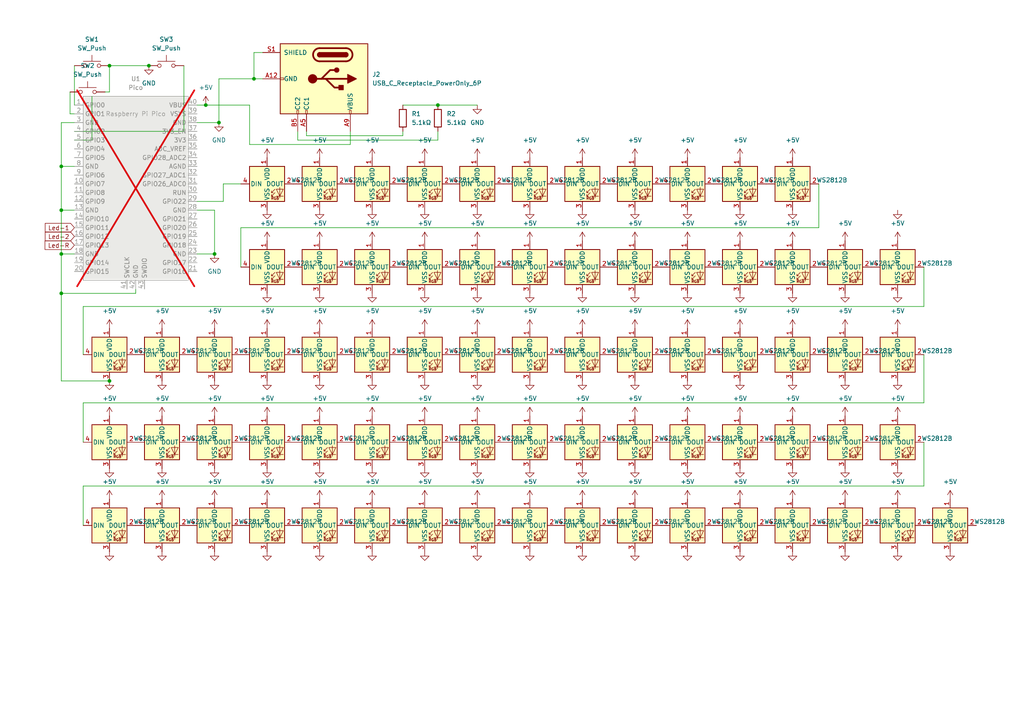
<source format=kicad_sch>
(kicad_sch (version 20230121) (generator eeschema)
  (paper "A4")
  (junction (at 59.69 30.48))
  (junction (at 73.66 22.86))
  (junction (at 17.78 85.09))
  (junction (at 17.78 48.26))
  (junction (at 62.23 73.66))
  (junction (at 63.5 35.56))
  (junction (at 17.78 73.66))
  (junction (at 31.75 110.49))
  (junction (at 43.18 19.05))
  (junction (at 31.75 19.05))
  (junction (at 17.78 60.96))
  (junction (at 127 30.48))
  (wire (pts (xy 88.9 39.37) (xy 116.84 39.37)))
  (wire (pts (xy 127 30.48) (xy 138.43 30.48)))
  (wire (pts (xy 57.15 73.66) (xy 62.23 73.66)))
  (wire (pts (xy 31.75 110.49) (xy 17.78 110.49)))
  (wire (pts (xy 73.66 22.86) (xy 76.2 22.86)))
  (wire (pts (xy 127 40.64) (xy 127 38.1)))
  (wire (pts (xy 72.39 41.91) (xy 101.6 41.91)))
  (wire (pts (xy 17.78 48.26) (xy 21.59 48.26)))
  (wire (pts (xy 73.66 15.24) (xy 76.2 15.24)))
  (wire (pts (xy 116.84 39.37) (xy 116.84 38.1)))
  (wire (pts (xy 17.78 60.96) (xy 21.59 60.96)))
  (wire (pts (xy 17.78 85.09) (xy 17.78 73.66)))
  (wire (pts (xy 17.78 60.96) (xy 17.78 48.26)))
  (wire (pts (xy 21.59 19.05) (xy 21.59 30.48)))
  (wire (pts (xy 69.85 53.34) (xy 64.77 53.34)))
  (wire (pts (xy 57.15 35.56) (xy 63.5 35.56)))
  (wire (pts (xy 64.77 58.42) (xy 57.15 58.42)))
  (wire (pts (xy 267.97 102.87) (xy 267.97 116.84)))
  (wire (pts (xy 237.49 53.34) (xy 237.49 66.04)))
  (wire (pts (xy 26.67 27.94) (xy 26.67 40.64)))
  (wire (pts (xy 69.85 66.04) (xy 69.85 77.47)))
  (wire (pts (xy 17.78 48.26) (xy 17.78 35.56)))
  (wire (pts (xy 127 40.64) (xy 86.36 40.64)))
  (wire (pts (xy 64.77 53.34) (xy 64.77 58.42)))
  (wire (pts (xy 86.36 40.64) (xy 86.36 38.1)))
  (wire (pts (xy 24.13 140.97) (xy 24.13 152.4)))
  (wire (pts (xy 72.39 30.48) (xy 72.39 41.91)))
  (wire (pts (xy 73.66 15.24) (xy 73.66 22.86)))
  (wire (pts (xy 63.5 22.86) (xy 63.5 35.56)))
  (wire (pts (xy 101.6 41.91) (xy 101.6 38.1)))
  (wire (pts (xy 267.97 140.97) (xy 24.13 140.97)))
  (wire (pts (xy 31.75 26.67) (xy 30.48 26.67)))
  (wire (pts (xy 57.15 30.48) (xy 59.69 30.48)))
  (wire (pts (xy 17.78 35.56) (xy 21.59 35.56)))
  (wire (pts (xy 39.37 85.09) (xy 17.78 85.09)))
  (wire (pts (xy 20.32 26.67) (xy 20.32 33.02)))
  (wire (pts (xy 57.15 60.96) (xy 62.23 60.96)))
  (wire (pts (xy 31.75 19.05) (xy 43.18 19.05)))
  (wire (pts (xy 17.78 73.66) (xy 17.78 60.96)))
  (wire (pts (xy 59.69 30.48) (xy 72.39 30.48)))
  (wire (pts (xy 267.97 88.9) (xy 24.13 88.9)))
  (wire (pts (xy 21.59 38.1) (xy 53.34 38.1)))
  (wire (pts (xy 26.67 40.64) (xy 21.59 40.64)))
  (wire (pts (xy 62.23 60.96) (xy 62.23 73.66)))
  (wire (pts (xy 69.85 66.04) (xy 237.49 66.04)))
  (wire (pts (xy 267.97 128.27) (xy 267.97 140.97)))
  (wire (pts (xy 116.84 30.48) (xy 127 30.48)))
  (wire (pts (xy 24.13 88.9) (xy 24.13 102.87)))
  (wire (pts (xy 20.32 33.02) (xy 21.59 33.02)))
  (wire (pts (xy 73.66 22.86) (xy 63.5 22.86)))
  (wire (pts (xy 17.78 73.66) (xy 21.59 73.66)))
  (wire (pts (xy 267.97 77.47) (xy 267.97 88.9)))
  (wire (pts (xy 17.78 110.49) (xy 17.78 85.09)))
  (wire (pts (xy 39.37 83.82) (xy 39.37 85.09)))
  (wire (pts (xy 31.75 19.05) (xy 31.75 26.67)))
  (wire (pts (xy 53.34 19.05) (xy 53.34 38.1)))
  (wire (pts (xy 24.13 116.84) (xy 24.13 128.27)))
  (wire (pts (xy 267.97 116.84) (xy 24.13 116.84)))
  (wire (pts (xy 88.9 39.37) (xy 88.9 38.1)))
  (global_label "Led-1" (shape input) (at 21.59 66.04 180) (property "Intersheetrefs" "${INTERSHEET_REFS}" (effects hide)))
  (global_label "Led-2" (shape input) (at 21.59 68.58 180) (property "Intersheetrefs" "${INTERSHEET_REFS}" (effects hide)))
  (global_label "Led-R" (shape input) (at 21.59 71.12 180) (property "Intersheetrefs" "${INTERSHEET_REFS}" (effects hide)))
  (symbol (lib_id "LED:WS2812B") (at 214.63 152.4 0) (unit 1)
    (property "Reference" "D71" (effects hide))
    (property "Value" "WS2812B" (at 226.06 151.2921 0))
    (property "Footprint" "LED_SMD:LED_WS2812B_PLCC4_5.0x5.0mm_P3.2mm" (effects hide))
    (property "Datasheet" "https://cdn-shop.adafruit.com/datasheets/WS2812B.pdf" (effects hide))
  )
  (symbol (lib_id "power:+5V") (at 107.95 95.25 0) (unit 1)
    (property "Reference" "#PWR065" (effects hide))
    (property "Value" "+5V" (at 107.95 90.17 0))
  )
  (symbol (lib_id "power:GND") (at 107.95 160.02 0) (unit 1)
    (property "Reference" "#PWR0130" (effects hide))
    (property "Value" "GND" (effects hide))
  )
  (symbol (lib_id "power:+5V") (at 123.19 95.25 0) (unit 1)
    (property "Reference" "#PWR067" (effects hide))
    (property "Value" "+5V" (at 123.19 90.17 0))
  )
  (symbol (lib_id "power:GND") (at 199.39 85.09 0) (unit 1)
    (property "Reference" "#PWR046" (effects hide))
    (property "Value" "GND" (effects hide))
  )
  (symbol (lib_id "power:+5V") (at 31.75 120.65 0) (unit 1)
    (property "Reference" "#PWR087" (effects hide))
    (property "Value" "+5V" (at 31.75 115.57 0))
  )
  (symbol (lib_id "LED:WS2812B") (at 153.67 152.4 0) (unit 1)
    (property "Reference" "D67" (effects hide))
    (property "Value" "WS2812B" (at 165.1 151.2921 0))
    (property "Footprint" "LED_SMD:LED_WS2812B_PLCC4_5.0x5.0mm_P3.2mm" (effects hide))
    (property "Datasheet" "https://cdn-shop.adafruit.com/datasheets/WS2812B.pdf" (effects hide))
  )
  (symbol (lib_id "power:GND") (at 92.71 85.09 0) (unit 1)
    (property "Reference" "#PWR032" (effects hide))
    (property "Value" "GND" (effects hide))
  )
  (symbol (lib_id "power:GND") (at 184.15 135.89 0) (unit 1)
    (property "Reference" "#PWR0108" (effects hide))
    (property "Value" "GND" (effects hide))
  )
  (symbol (lib_id "power:GND") (at 46.99 160.02 0) (unit 1)
    (property "Reference" "#PWR0122" (effects hide))
    (property "Value" "GND" (effects hide))
  )
  (symbol (lib_id "power:GND") (at 107.95 85.09 0) (unit 1)
    (property "Reference" "#PWR034" (effects hide))
    (property "Value" "GND" (effects hide))
  )
  (symbol (lib_id "power:+5V") (at 138.43 144.78 0) (unit 1)
    (property "Reference" "#PWR0133" (effects hide))
    (property "Value" "+5V" (at 138.43 139.7 0))
  )
  (symbol (lib_id "Connector:USB_C_Receptacle_PowerOnly_6P") (at 93.98 22.86 270) (unit 1)
    (property "Reference" "J2" (at 107.95 21.59 90) (effects (justify left)))
    (property "Value" "USB_C_Receptacle_PowerOnly_6P" (at 107.95 24.13 90) (effects (justify left)))
    (property "Footprint" "Connector_USB:USB_C_Receptacle_GCT_USB4125-xx-x-0190_6P_TopMnt_Horizontal" (effects hide))
    (property "Datasheet" "https://www.usb.org/sites/default/files/documents/usb_type-c.zip" (effects hide))
  )
  (symbol (lib_id "power:GND") (at 92.71 160.02 0) (unit 1)
    (property "Reference" "#PWR0128" (effects hide))
    (property "Value" "GND" (effects hide))
  )
  (symbol (lib_id "power:+5V") (at 46.99 120.65 0) (unit 1)
    (property "Reference" "#PWR089" (effects hide))
    (property "Value" "+5V" (at 46.99 115.57 0))
  )
  (symbol (lib_id "power:GND") (at 92.71 110.49 0) (unit 1)
    (property "Reference" "#PWR064" (effects hide))
    (property "Value" "GND" (effects hide))
  )
  (symbol (lib_id "power:+5V") (at 62.23 144.78 0) (unit 1)
    (property "Reference" "#PWR0123" (effects hide))
    (property "Value" "+5V" (at 62.23 139.7 0))
  )
  (symbol (lib_id "power:GND") (at 260.35 110.49 0) (unit 1)
    (property "Reference" "#PWR086" (effects hide))
    (property "Value" "GND" (effects hide))
  )
  (symbol (lib_id "power:+5V") (at 107.95 120.65 0) (unit 1)
    (property "Reference" "#PWR097" (effects hide))
    (property "Value" "+5V" (at 107.95 115.57 0))
  )
  (symbol (lib_id "power:+5V") (at 31.75 144.78 0) (unit 1)
    (property "Reference" "#PWR0119" (effects hide))
    (property "Value" "+5V" (at 31.75 139.7 0))
  )
  (symbol (lib_id "power:GND") (at 43.18 19.05 0) (unit 1)
    (property "Reference" "#PWR0154" (effects hide))
    (property "Value" "GND" (at 43.18 24.13 0))
  )
  (symbol (lib_id "power:+5V") (at 229.87 120.65 0) (unit 1)
    (property "Reference" "#PWR0113" (effects hide))
    (property "Value" "+5V" (at 229.87 115.57 0))
  )
  (symbol (lib_id "power:GND") (at 214.63 160.02 0) (unit 1)
    (property "Reference" "#PWR0144" (effects hide))
    (property "Value" "GND" (effects hide))
  )
  (symbol (lib_id "power:GND") (at 245.11 160.02 0) (unit 1)
    (property "Reference" "#PWR0148" (effects hide))
    (property "Value" "GND" (effects hide))
  )
  (symbol (lib_id "power:GND") (at 77.47 60.96 0) (unit 1)
    (property "Reference" "#PWR01" (effects hide))
    (property "Value" "GND" (effects hide))
  )
  (symbol (lib_id "power:GND") (at 184.15 110.49 0) (unit 1)
    (property "Reference" "#PWR076" (effects hide))
    (property "Value" "GND" (effects hide))
  )
  (symbol (lib_id "power:GND") (at 199.39 60.96 0) (unit 1)
    (property "Reference" "#PWR020" (effects hide))
    (property "Value" "GND" (effects hide))
  )
  (symbol (lib_id "power:+5V") (at 77.47 144.78 0) (unit 1)
    (property "Reference" "#PWR0125" (effects hide))
    (property "Value" "+5V" (at 77.47 139.7 0))
  )
  (symbol (lib_id "power:+5V") (at 184.15 69.85 0) (unit 1)
    (property "Reference" "#PWR043" (effects hide))
    (property "Value" "+5V" (at 184.15 64.77 0))
  )
  (symbol (lib_id "power:+5V") (at 275.59 144.78 0) (unit 1)
    (property "Reference" "#PWR026" (effects hide))
    (property "Value" "+5V" (at 275.59 139.7 0))
  )
  (symbol (lib_id "LED:WS2812B") (at 260.35 77.47 0) (unit 1)
    (property "Reference" "D26" (effects hide))
    (property "Value" "WS2812B" (at 271.78 76.3621 0))
    (property "Footprint" "LED_SMD:LED_WS2812B_PLCC4_5.0x5.0mm_P3.2mm" (effects hide))
    (property "Datasheet" "https://cdn-shop.adafruit.com/datasheets/WS2812B.pdf" (effects hide))
  )
  (symbol (lib_id "power:+5V") (at 92.71 120.65 0) (unit 1)
    (property "Reference" "#PWR095" (effects hide))
    (property "Value" "+5V" (at 92.71 115.57 0))
  )
  (symbol (lib_id "LED:WS2812B") (at 245.11 102.87 0) (unit 1)
    (property "Reference" "D41" (effects hide))
    (property "Value" "WS2812B" (at 256.54 101.7621 0))
    (property "Footprint" "LED_SMD:LED_WS2812B_PLCC4_5.0x5.0mm_P3.2mm" (effects hide))
    (property "Datasheet" "https://cdn-shop.adafruit.com/datasheets/WS2812B.pdf" (effects hide))
  )
  (symbol (lib_id "LED:WS2812B") (at 199.39 152.4 0) (unit 1)
    (property "Reference" "D70" (effects hide))
    (property "Value" "WS2812B" (at 210.82 151.2921 0))
    (property "Footprint" "LED_SMD:LED_WS2812B_PLCC4_5.0x5.0mm_P3.2mm" (effects hide))
    (property "Datasheet" "https://cdn-shop.adafruit.com/datasheets/WS2812B.pdf" (effects hide))
  )
  (symbol (lib_id "LED:WS2812B") (at 168.91 128.27 0) (unit 1)
    (property "Reference" "D52" (effects hide))
    (property "Value" "WS2812B" (at 180.34 127.1621 0))
    (property "Footprint" "LED_SMD:LED_WS2812B_PLCC4_5.0x5.0mm_P3.2mm" (effects hide))
    (property "Datasheet" "https://cdn-shop.adafruit.com/datasheets/WS2812B.pdf" (effects hide))
  )
  (symbol (lib_id "power:+5V") (at 77.47 69.85 0) (unit 1)
    (property "Reference" "#PWR029" (effects hide))
    (property "Value" "+5V" (at 77.47 64.77 0))
  )
  (symbol (lib_id "power:+5V") (at 153.67 120.65 0) (unit 1)
    (property "Reference" "#PWR0103" (effects hide))
    (property "Value" "+5V" (at 153.67 115.57 0))
  )
  (symbol (lib_id "LED:WS2812B") (at 123.19 128.27 0) (unit 1)
    (property "Reference" "D49" (effects hide))
    (property "Value" "WS2812B" (at 134.62 127.1621 0))
    (property "Footprint" "LED_SMD:LED_WS2812B_PLCC4_5.0x5.0mm_P3.2mm" (effects hide))
    (property "Datasheet" "https://cdn-shop.adafruit.com/datasheets/WS2812B.pdf" (effects hide))
  )
  (symbol (lib_id "power:+5V") (at 229.87 69.85 0) (unit 1)
    (property "Reference" "#PWR049" (effects hide))
    (property "Value" "+5V" (at 229.87 64.77 0))
  )
  (symbol (lib_id "power:+5V") (at 123.19 45.72 0) (unit 1)
    (property "Reference" "#PWR09" (effects hide))
    (property "Value" "+5V" (at 123.19 40.64 0))
  )
  (symbol (lib_id "power:GND") (at 214.63 110.49 0) (unit 1)
    (property "Reference" "#PWR080" (effects hide))
    (property "Value" "GND" (effects hide))
  )
  (symbol (lib_id "power:GND") (at 214.63 135.89 0) (unit 1)
    (property "Reference" "#PWR0112" (effects hide))
    (property "Value" "GND" (effects hide))
  )
  (symbol (lib_id "power:GND") (at 62.23 160.02 0) (unit 1)
    (property "Reference" "#PWR0124" (effects hide))
    (property "Value" "GND" (effects hide))
  )
  (symbol (lib_id "power:GND") (at 229.87 160.02 0) (unit 1)
    (property "Reference" "#PWR0146" (effects hide))
    (property "Value" "GND" (effects hide))
  )
  (symbol (lib_id "power:+5V") (at 77.47 95.25 0) (unit 1)
    (property "Reference" "#PWR055" (effects hide))
    (property "Value" "+5V" (at 77.47 90.17 0))
  )
  (symbol (lib_id "LED:WS2812B") (at 31.75 152.4 0) (unit 1)
    (property "Reference" "D59" (effects hide))
    (property "Value" "WS2812B" (at 43.18 151.2921 0))
    (property "Footprint" "LED_SMD:LED_WS2812B_PLCC4_5.0x5.0mm_P3.2mm" (effects hide))
    (property "Datasheet" "https://cdn-shop.adafruit.com/datasheets/WS2812B.pdf" (effects hide))
  )
  (symbol (lib_id "power:+5V") (at 184.15 144.78 0) (unit 1)
    (property "Reference" "#PWR0139" (effects hide))
    (property "Value" "+5V" (at 184.15 139.7 0))
  )
  (symbol (lib_id "LED:WS2812B") (at 260.35 128.27 0) (unit 1)
    (property "Reference" "D58" (effects hide))
    (property "Value" "WS2812B" (at 271.78 127.1621 0))
    (property "Footprint" "LED_SMD:LED_WS2812B_PLCC4_5.0x5.0mm_P3.2mm" (effects hide))
    (property "Datasheet" "https://cdn-shop.adafruit.com/datasheets/WS2812B.pdf" (effects hide))
  )
  (symbol (lib_id "MCU_RaspberryPi_and_Boards:Pico") (at 39.37 54.61 0) (unit 1) (in_bom no) (dnp yes)
    (property "Reference" "U1" (at 39.37 22.86 0))
    (property "Value" "Pico" (at 39.37 25.4 0))
    (property "Footprint" "MCU_RaspberryPi_and_Boards:RPi_Pico_SMD_TH" (effects hide))
  )
  (symbol (lib_id "power:GND") (at 123.19 135.89 0) (unit 1)
    (property "Reference" "#PWR0100" (effects hide))
    (property "Value" "GND" (effects hide))
  )
  (symbol (lib_id "power:+5V") (at 153.67 144.78 0) (unit 1)
    (property "Reference" "#PWR0135" (effects hide))
    (property "Value" "+5V" (at 153.67 139.7 0))
  )
  (symbol (lib_id "LED:WS2812B") (at 168.91 53.34 0) (unit 1)
    (property "Reference" "D7" (effects hide))
    (property "Value" "WS2812B" (at 180.34 52.2321 0))
    (property "Footprint" "LED_SMD:LED_WS2812B_PLCC4_5.0x5.0mm_P3.2mm" (effects hide))
    (property "Datasheet" "https://cdn-shop.adafruit.com/datasheets/WS2812B.pdf" (effects hide))
  )
  (symbol (lib_id "power:+5V") (at 214.63 95.25 0) (unit 1)
    (property "Reference" "#PWR079" (effects hide))
    (property "Value" "+5V" (at 214.63 90.17 0))
  )
  (symbol (lib_id "LED:WS2812B") (at 123.19 152.4 0) (unit 1)
    (property "Reference" "D65" (effects hide))
    (property "Value" "WS2812B" (at 134.62 151.2921 0))
    (property "Footprint" "LED_SMD:LED_WS2812B_PLCC4_5.0x5.0mm_P3.2mm" (effects hide))
    (property "Datasheet" "https://cdn-shop.adafruit.com/datasheets/WS2812B.pdf" (effects hide))
  )
  (symbol (lib_id "power:+5V") (at 168.91 95.25 0) (unit 1)
    (property "Reference" "#PWR073" (effects hide))
    (property "Value" "+5V" (at 168.91 90.17 0))
  )
  (symbol (lib_id "power:GND") (at 168.91 135.89 0) (unit 1)
    (property "Reference" "#PWR0106" (effects hide))
    (property "Value" "GND" (effects hide))
  )
  (symbol (lib_id "LED:WS2812B") (at 77.47 102.87 0) (unit 1)
    (property "Reference" "D27" (effects hide))
    (property "Value" "WS2812B" (at 88.9 101.7621 0))
    (property "Footprint" "LED_SMD:LED_WS2812B_PLCC4_5.0x5.0mm_P3.2mm" (effects hide))
    (property "Datasheet" "https://cdn-shop.adafruit.com/datasheets/WS2812B.pdf" (effects hide))
  )
  (symbol (lib_id "LED:WS2812B") (at 168.91 152.4 0) (unit 1)
    (property "Reference" "D68" (effects hide))
    (property "Value" "WS2812B" (at 180.34 151.2921 0))
    (property "Footprint" "LED_SMD:LED_WS2812B_PLCC4_5.0x5.0mm_P3.2mm" (effects hide))
    (property "Datasheet" "https://cdn-shop.adafruit.com/datasheets/WS2812B.pdf" (effects hide))
  )
  (symbol (lib_id "power:GND") (at 138.43 135.89 0) (unit 1)
    (property "Reference" "#PWR0102" (effects hide))
    (property "Value" "GND" (effects hide))
  )
  (symbol (lib_id "power:GND") (at 260.35 160.02 0) (unit 1)
    (property "Reference" "#PWR0150" (effects hide))
    (property "Value" "GND" (effects hide))
  )
  (symbol (lib_id "power:GND") (at 62.23 110.49 0) (unit 1)
    (property "Reference" "#PWR058" (effects hide))
    (property "Value" "GND" (effects hide))
  )
  (symbol (lib_id "power:+5V") (at 214.63 69.85 0) (unit 1)
    (property "Reference" "#PWR047" (effects hide))
    (property "Value" "+5V" (at 214.63 64.77 0))
  )
  (symbol (lib_id "power:GND") (at 245.11 110.49 0) (unit 1)
    (property "Reference" "#PWR084" (effects hide))
    (property "Value" "GND" (effects hide))
  )
  (symbol (lib_id "power:GND") (at 92.71 60.96 0) (unit 1)
    (property "Reference" "#PWR06" (effects hide))
    (property "Value" "GND" (effects hide))
  )
  (symbol (lib_id "power:+5V") (at 229.87 45.72 0) (unit 1)
    (property "Reference" "#PWR023" (effects hide))
    (property "Value" "+5V" (at 229.87 40.64 0))
  )
  (symbol (lib_id "power:+5V") (at 199.39 95.25 0) (unit 1)
    (property "Reference" "#PWR077" (effects hide))
    (property "Value" "+5V" (at 199.39 90.17 0))
  )
  (symbol (lib_id "power:GND") (at 199.39 135.89 0) (unit 1)
    (property "Reference" "#PWR0110" (effects hide))
    (property "Value" "GND" (effects hide))
  )
  (symbol (lib_id "power:GND") (at 92.71 135.89 0) (unit 1)
    (property "Reference" "#PWR096" (effects hide))
    (property "Value" "GND" (effects hide))
  )
  (symbol (lib_id "LED:WS2812B") (at 245.11 152.4 0) (unit 1)
    (property "Reference" "D73" (effects hide))
    (property "Value" "WS2812B" (at 256.54 151.2921 0))
    (property "Footprint" "LED_SMD:LED_WS2812B_PLCC4_5.0x5.0mm_P3.2mm" (effects hide))
    (property "Datasheet" "https://cdn-shop.adafruit.com/datasheets/WS2812B.pdf" (effects hide))
  )
  (symbol (lib_id "power:+5V") (at 46.99 95.25 0) (unit 1)
    (property "Reference" "#PWR059" (effects hide))
    (property "Value" "+5V" (at 46.99 90.17 0))
  )
  (symbol (lib_id "power:GND") (at 62.23 135.89 0) (unit 1)
    (property "Reference" "#PWR092" (effects hide))
    (property "Value" "GND" (effects hide))
  )
  (symbol (lib_id "power:+5V") (at 214.63 45.72 0) (unit 1)
    (property "Reference" "#PWR021" (effects hide))
    (property "Value" "+5V" (at 214.63 40.64 0))
  )
  (symbol (lib_id "LED:WS2812B") (at 229.87 77.47 0) (unit 1)
    (property "Reference" "D24" (effects hide))
    (property "Value" "WS2812B" (at 241.3 76.3621 0))
    (property "Footprint" "LED_SMD:LED_WS2812B_PLCC4_5.0x5.0mm_P3.2mm" (effects hide))
    (property "Datasheet" "https://cdn-shop.adafruit.com/datasheets/WS2812B.pdf" (effects hide))
  )
  (symbol (lib_id "LED:WS2812B") (at 229.87 102.87 0) (unit 1)
    (property "Reference" "D40" (effects hide))
    (property "Value" "WS2812B" (at 241.3 101.7621 0))
    (property "Footprint" "LED_SMD:LED_WS2812B_PLCC4_5.0x5.0mm_P3.2mm" (effects hide))
    (property "Datasheet" "https://cdn-shop.adafruit.com/datasheets/WS2812B.pdf" (effects hide))
  )
  (symbol (lib_id "power:GND") (at 229.87 110.49 0) (unit 1)
    (property "Reference" "#PWR082" (effects hide))
    (property "Value" "GND" (effects hide))
  )
  (symbol (lib_id "power:GND") (at 77.47 110.49 0) (unit 1)
    (property "Reference" "#PWR056" (effects hide))
    (property "Value" "GND" (effects hide))
  )
  (symbol (lib_id "LED:WS2812B") (at 199.39 77.47 0) (unit 1)
    (property "Reference" "D22" (effects hide))
    (property "Value" "WS2812B" (at 210.82 76.3621 0))
    (property "Footprint" "LED_SMD:LED_WS2812B_PLCC4_5.0x5.0mm_P3.2mm" (effects hide))
    (property "Datasheet" "https://cdn-shop.adafruit.com/datasheets/WS2812B.pdf" (effects hide))
  )
  (symbol (lib_id "power:GND") (at 184.15 85.09 0) (unit 1)
    (property "Reference" "#PWR044" (effects hide))
    (property "Value" "GND" (effects hide))
  )
  (symbol (lib_id "LED:WS2812B") (at 229.87 128.27 0) (unit 1)
    (property "Reference" "D56" (effects hide))
    (property "Value" "WS2812B" (at 241.3 127.1621 0))
    (property "Footprint" "LED_SMD:LED_WS2812B_PLCC4_5.0x5.0mm_P3.2mm" (effects hide))
    (property "Datasheet" "https://cdn-shop.adafruit.com/datasheets/WS2812B.pdf" (effects hide))
  )
  (symbol (lib_id "power:+5V") (at 229.87 144.78 0) (unit 1)
    (property "Reference" "#PWR0145" (effects hide))
    (property "Value" "+5V" (at 229.87 139.7 0))
  )
  (symbol (lib_id "power:+5V") (at 260.35 95.25 0) (unit 1)
    (property "Reference" "#PWR085" (effects hide))
    (property "Value" "+5V" (at 260.35 90.17 0))
  )
  (symbol (lib_id "power:+5V") (at 46.99 144.78 0) (unit 1)
    (property "Reference" "#PWR0121" (effects hide))
    (property "Value" "+5V" (at 46.99 139.7 0))
  )
  (symbol (lib_id "power:+5V") (at 168.91 144.78 0) (unit 1)
    (property "Reference" "#PWR0137" (effects hide))
    (property "Value" "+5V" (at 168.91 139.7 0))
  )
  (symbol (lib_id "Device:R") (at 116.84 34.29 0) (unit 1)
    (property "Reference" "R1" (at 119.38 33.02 0) (effects (justify left)))
    (property "Value" "5.1kΩ" (at 119.38 35.56 0) (effects (justify left)))
    (property "Footprint" "Resistor_SMD:R_0603_1608Metric" (effects hide))
  )
  (symbol (lib_id "power:+5V") (at 92.71 95.25 0) (unit 1)
    (property "Reference" "#PWR063" (effects hide))
    (property "Value" "+5V" (at 92.71 90.17 0))
  )
  (symbol (lib_id "power:GND") (at 214.63 85.09 0) (unit 1)
    (property "Reference" "#PWR048" (effects hide))
    (property "Value" "GND" (effects hide))
  )
  (symbol (lib_id "LED:WS2812B") (at 184.15 152.4 0) (unit 1)
    (property "Reference" "D69" (effects hide))
    (property "Value" "WS2812B" (at 195.58 151.2921 0))
    (property "Footprint" "LED_SMD:LED_WS2812B_PLCC4_5.0x5.0mm_P3.2mm" (effects hide))
    (property "Datasheet" "https://cdn-shop.adafruit.com/datasheets/WS2812B.pdf" (effects hide))
  )
  (symbol (lib_id "power:+5V") (at 92.71 69.85 0) (unit 1)
    (property "Reference" "#PWR031" (effects hide))
    (property "Value" "+5V" (at 92.71 64.77 0))
  )
  (symbol (lib_id "power:GND") (at 229.87 85.09 0) (unit 1)
    (property "Reference" "#PWR050" (effects hide))
    (property "Value" "GND" (effects hide))
  )
  (symbol (lib_id "power:+5V") (at 229.87 95.25 0) (unit 1)
    (property "Reference" "#PWR081" (effects hide))
    (property "Value" "+5V" (at 229.87 90.17 0))
  )
  (symbol (lib_id "power:GND") (at 63.5 35.56 0) (unit 1)
    (property "Reference" "#PWR027" (effects hide))
    (property "Value" "GND" (at 63.5 40.64 0))
  )
  (symbol (lib_id "power:+5V") (at 138.43 45.72 0) (unit 1)
    (property "Reference" "#PWR011" (effects hide))
    (property "Value" "+5V" (at 138.43 40.64 0))
  )
  (symbol (lib_id "power:GND") (at 138.43 60.96 0) (unit 1)
    (property "Reference" "#PWR012" (effects hide))
    (property "Value" "GND" (effects hide))
  )
  (symbol (lib_id "LED:WS2812B") (at 77.47 77.47 0) (unit 1)
    (property "Reference" "D14" (effects hide))
    (property "Value" "WS2812B" (at 88.9 76.3621 0))
    (property "Footprint" "LED_SMD:LED_WS2812B_PLCC4_5.0x5.0mm_P3.2mm" (effects hide))
    (property "Datasheet" "https://cdn-shop.adafruit.com/datasheets/WS2812B.pdf" (effects hide))
  )
  (symbol (lib_id "power:+5V") (at 199.39 120.65 0) (unit 1)
    (property "Reference" "#PWR0109" (effects hide))
    (property "Value" "+5V" (at 199.39 115.57 0))
  )
  (symbol (lib_id "LED:WS2812B") (at 123.19 102.87 0) (unit 1)
    (property "Reference" "D33" (effects hide))
    (property "Value" "WS2812B" (at 134.62 101.7621 0))
    (property "Footprint" "LED_SMD:LED_WS2812B_PLCC4_5.0x5.0mm_P3.2mm" (effects hide))
    (property "Datasheet" "https://cdn-shop.adafruit.com/datasheets/WS2812B.pdf" (effects hide))
  )
  (symbol (lib_id "LED:WS2812B") (at 62.23 128.27 0) (unit 1)
    (property "Reference" "D45" (effects hide))
    (property "Value" "WS2812B" (at 73.66 127.1621 0))
    (property "Footprint" "LED_SMD:LED_WS2812B_PLCC4_5.0x5.0mm_P3.2mm" (effects hide))
    (property "Datasheet" "https://cdn-shop.adafruit.com/datasheets/WS2812B.pdf" (effects hide))
  )
  (symbol (lib_id "Device:R") (at 127 34.29 0) (unit 1)
    (property "Reference" "R2" (at 129.54 33.02 0) (effects (justify left)))
    (property "Value" "5.1kΩ" (at 129.54 35.56 0) (effects (justify left)))
    (property "Footprint" "Resistor_SMD:R_0603_1608Metric" (effects hide))
  )
  (symbol (lib_id "LED:WS2812B") (at 184.15 53.34 0) (unit 1)
    (property "Reference" "D8" (effects hide))
    (property "Value" "WS2812B" (at 195.58 52.2321 0))
    (property "Footprint" "LED_SMD:LED_WS2812B_PLCC4_5.0x5.0mm_P3.2mm" (effects hide))
    (property "Datasheet" "https://cdn-shop.adafruit.com/datasheets/WS2812B.pdf" (effects hide))
  )
  (symbol (lib_id "LED:WS2812B") (at 153.67 128.27 0) (unit 1)
    (property "Reference" "D51" (effects hide))
    (property "Value" "WS2812B" (at 165.1 127.1621 0))
    (property "Footprint" "LED_SMD:LED_WS2812B_PLCC4_5.0x5.0mm_P3.2mm" (effects hide))
    (property "Datasheet" "https://cdn-shop.adafruit.com/datasheets/WS2812B.pdf" (effects hide))
  )
  (symbol (lib_id "power:+5V") (at 107.95 45.72 0) (unit 1)
    (property "Reference" "#PWR07" (effects hide))
    (property "Value" "+5V" (at 107.95 40.64 0))
  )
  (symbol (lib_id "LED:WS2812B") (at 138.43 53.34 0) (unit 1)
    (property "Reference" "D5" (effects hide))
    (property "Value" "WS2812B" (at 149.86 52.2321 0))
    (property "Footprint" "LED_SMD:LED_WS2812B_PLCC4_5.0x5.0mm_P3.2mm" (effects hide))
    (property "Datasheet" "https://cdn-shop.adafruit.com/datasheets/WS2812B.pdf" (effects hide))
  )
  (symbol (lib_id "power:+5V") (at 153.67 69.85 0) (unit 1)
    (property "Reference" "#PWR039" (effects hide))
    (property "Value" "+5V" (at 153.67 64.77 0))
  )
  (symbol (lib_id "LED:WS2812B") (at 153.67 102.87 0) (unit 1)
    (property "Reference" "D35" (effects hide))
    (property "Value" "WS2812B" (at 165.1 101.7621 0))
    (property "Footprint" "LED_SMD:LED_WS2812B_PLCC4_5.0x5.0mm_P3.2mm" (effects hide))
    (property "Datasheet" "https://cdn-shop.adafruit.com/datasheets/WS2812B.pdf" (effects hide))
  )
  (symbol (lib_id "power:+5V") (at 214.63 144.78 0) (unit 1)
    (property "Reference" "#PWR0143" (effects hide))
    (property "Value" "+5V" (at 214.63 139.7 0))
  )
  (symbol (lib_id "power:GND") (at 275.59 160.02 0) (unit 1)
    (property "Reference" "#PWR025" (effects hide))
    (property "Value" "GND" (effects hide))
  )
  (symbol (lib_id "power:+5V") (at 245.11 120.65 0) (unit 1)
    (property "Reference" "#PWR0115" (effects hide))
    (property "Value" "+5V" (at 245.11 115.57 0))
  )
  (symbol (lib_id "LED:WS2812B") (at 153.67 77.47 0) (unit 1)
    (property "Reference" "D19" (effects hide))
    (property "Value" "WS2812B" (at 165.1 76.3621 0))
    (property "Footprint" "LED_SMD:LED_WS2812B_PLCC4_5.0x5.0mm_P3.2mm" (effects hide))
    (property "Datasheet" "https://cdn-shop.adafruit.com/datasheets/WS2812B.pdf" (effects hide))
  )
  (symbol (lib_id "LED:WS2812B") (at 46.99 102.87 0) (unit 1)
    (property "Reference" "D29" (effects hide))
    (property "Value" "WS2812B" (at 58.42 101.7621 0))
    (property "Footprint" "LED_SMD:LED_WS2812B_PLCC4_5.0x5.0mm_P3.2mm" (effects hide))
    (property "Datasheet" "https://cdn-shop.adafruit.com/datasheets/WS2812B.pdf" (effects hide))
  )
  (symbol (lib_id "power:GND") (at 153.67 135.89 0) (unit 1)
    (property "Reference" "#PWR0104" (effects hide))
    (property "Value" "GND" (effects hide))
  )
  (symbol (lib_id "LED:WS2812B") (at 184.15 77.47 0) (unit 1)
    (property "Reference" "D21" (effects hide))
    (property "Value" "WS2812B" (at 195.58 76.3621 0))
    (property "Footprint" "LED_SMD:LED_WS2812B_PLCC4_5.0x5.0mm_P3.2mm" (effects hide))
    (property "Datasheet" "https://cdn-shop.adafruit.com/datasheets/WS2812B.pdf" (effects hide))
  )
  (symbol (lib_id "LED:WS2812B") (at 168.91 102.87 0) (unit 1)
    (property "Reference" "D36" (effects hide))
    (property "Value" "WS2812B" (at 180.34 101.7621 0))
    (property "Footprint" "LED_SMD:LED_WS2812B_PLCC4_5.0x5.0mm_P3.2mm" (effects hide))
    (property "Datasheet" "https://cdn-shop.adafruit.com/datasheets/WS2812B.pdf" (effects hide))
  )
  (symbol (lib_id "power:GND") (at 123.19 85.09 0) (unit 1)
    (property "Reference" "#PWR036" (effects hide))
    (property "Value" "GND" (effects hide))
  )
  (symbol (lib_id "LED:WS2812B") (at 123.19 53.34 0) (unit 1)
    (property "Reference" "D4" (effects hide))
    (property "Value" "WS2812B" (at 134.62 52.2321 0))
    (property "Footprint" "LED_SMD:LED_WS2812B_PLCC4_5.0x5.0mm_P3.2mm" (effects hide))
    (property "Datasheet" "https://cdn-shop.adafruit.com/datasheets/WS2812B.pdf" (effects hide))
  )
  (symbol (lib_id "power:+5V") (at 123.19 120.65 0) (unit 1)
    (property "Reference" "#PWR099" (effects hide))
    (property "Value" "+5V" (at 123.19 115.57 0))
  )
  (symbol (lib_id "power:+5V") (at 168.91 69.85 0) (unit 1)
    (property "Reference" "#PWR041" (effects hide))
    (property "Value" "+5V" (at 168.91 64.77 0))
  )
  (symbol (lib_id "Switch:SW_Push") (at 25.4 26.67 0) (unit 1)
    (property "Reference" "SW2" (at 25.4 19.05 0))
    (property "Value" "SW_Push" (at 25.4 21.59 0))
    (property "Footprint" "Button_Switch_SMD:SW_SPST_SKQG_WithStem" (effects hide))
  )
  (symbol (lib_id "power:GND") (at 184.15 60.96 0) (unit 1)
    (property "Reference" "#PWR018" (effects hide))
    (property "Value" "GND" (effects hide))
  )
  (symbol (lib_id "power:+5V") (at 123.19 144.78 0) (unit 1)
    (property "Reference" "#PWR0131" (effects hide))
    (property "Value" "+5V" (at 123.19 139.7 0))
  )
  (symbol (lib_id "power:+5V") (at 138.43 69.85 0) (unit 1)
    (property "Reference" "#PWR037" (effects hide))
    (property "Value" "+5V" (at 138.43 64.77 0))
  )
  (symbol (lib_id "LED:WS2812B") (at 199.39 102.87 0) (unit 1)
    (property "Reference" "D38" (effects hide))
    (property "Value" "WS2812B" (at 210.82 101.7621 0))
    (property "Footprint" "LED_SMD:LED_WS2812B_PLCC4_5.0x5.0mm_P3.2mm" (effects hide))
    (property "Datasheet" "https://cdn-shop.adafruit.com/datasheets/WS2812B.pdf" (effects hide))
  )
  (symbol (lib_id "power:GND") (at 153.67 110.49 0) (unit 1)
    (property "Reference" "#PWR072" (effects hide))
    (property "Value" "GND" (effects hide))
  )
  (symbol (lib_id "power:GND") (at 62.23 73.66 0) (unit 1)
    (property "Reference" "#PWR04" (effects hide))
    (property "Value" "GND" (at 62.23 78.74 0))
  )
  (symbol (lib_id "power:GND") (at 199.39 110.49 0) (unit 1)
    (property "Reference" "#PWR078" (effects hide))
    (property "Value" "GND" (effects hide))
  )
  (symbol (lib_id "LED:WS2812B") (at 31.75 102.87 0) (unit 1)
    (property "Reference" "D30" (effects hide))
    (property "Value" "WS2812B" (at 43.18 101.7621 0))
    (property "Footprint" "LED_SMD:LED_WS2812B_PLCC4_5.0x5.0mm_P3.2mm" (effects hide))
    (property "Datasheet" "https://cdn-shop.adafruit.com/datasheets/WS2812B.pdf" (effects hide))
  )
  (symbol (lib_id "LED:WS2812B") (at 107.95 77.47 0) (unit 1)
    (property "Reference" "D16" (effects hide))
    (property "Value" "WS2812B" (at 119.38 76.3621 0))
    (property "Footprint" "LED_SMD:LED_WS2812B_PLCC4_5.0x5.0mm_P3.2mm" (effects hide))
    (property "Datasheet" "https://cdn-shop.adafruit.com/datasheets/WS2812B.pdf" (effects hide))
  )
  (symbol (lib_id "power:GND") (at 168.91 160.02 0) (unit 1)
    (property "Reference" "#PWR0138" (effects hide))
    (property "Value" "GND" (effects hide))
  )
  (symbol (lib_id "LED:WS2812B") (at 62.23 152.4 0) (unit 1)
    (property "Reference" "D61" (effects hide))
    (property "Value" "WS2812B" (at 73.66 151.2921 0))
    (property "Footprint" "LED_SMD:LED_WS2812B_PLCC4_5.0x5.0mm_P3.2mm" (effects hide))
    (property "Datasheet" "https://cdn-shop.adafruit.com/datasheets/WS2812B.pdf" (effects hide))
  )
  (symbol (lib_id "power:+5V") (at 92.71 45.72 0) (unit 1)
    (property "Reference" "#PWR05" (effects hide))
    (property "Value" "+5V" (at 92.71 40.64 0))
  )
  (symbol (lib_id "power:GND") (at 46.99 110.49 0) (unit 1)
    (property "Reference" "#PWR060" (effects hide))
    (property "Value" "GND" (effects hide))
  )
  (symbol (lib_id "LED:WS2812B") (at 229.87 53.34 0) (unit 1)
    (property "Reference" "D11" (effects hide))
    (property "Value" "WS2812B" (at 241.3 52.2321 0))
    (property "Footprint" "LED_SMD:LED_WS2812B_PLCC4_5.0x5.0mm_P3.2mm" (effects hide))
    (property "Datasheet" "https://cdn-shop.adafruit.com/datasheets/WS2812B.pdf" (effects hide))
  )
  (symbol (lib_id "power:+5V") (at 245.11 144.78 0) (unit 1)
    (property "Reference" "#PWR0147" (effects hide))
    (property "Value" "+5V" (at 245.11 139.7 0))
  )
  (symbol (lib_id "LED:WS2812B") (at 229.87 152.4 0) (unit 1)
    (property "Reference" "D72" (effects hide))
    (property "Value" "WS2812B" (at 241.3 151.2921 0))
    (property "Footprint" "LED_SMD:LED_WS2812B_PLCC4_5.0x5.0mm_P3.2mm" (effects hide))
    (property "Datasheet" "https://cdn-shop.adafruit.com/datasheets/WS2812B.pdf" (effects hide))
  )
  (symbol (lib_id "power:GND") (at 245.11 135.89 0) (unit 1)
    (property "Reference" "#PWR0116" (effects hide))
    (property "Value" "GND" (effects hide))
  )
  (symbol (lib_id "power:+5V") (at 199.39 144.78 0) (unit 1)
    (property "Reference" "#PWR0141" (effects hide))
    (property "Value" "+5V" (at 199.39 139.7 0))
  )
  (symbol (lib_id "LED:WS2812B") (at 77.47 53.34 0) (unit 1)
    (property "Reference" "D1" (effects hide))
    (property "Value" "WS2812B" (at 88.9 52.2321 0))
    (property "Footprint" "LED_SMD:LED_WS2812B_PLCC4_5.0x5.0mm_P3.2mm" (effects hide))
    (property "Datasheet" "https://cdn-shop.adafruit.com/datasheets/WS2812B.pdf" (effects hide))
  )
  (symbol (lib_id "power:GND") (at 123.19 110.49 0) (unit 1)
    (property "Reference" "#PWR068" (effects hide))
    (property "Value" "GND" (effects hide))
  )
  (symbol (lib_id "power:+5V") (at 260.35 144.78 0) (unit 1)
    (property "Reference" "#PWR0149" (effects hide))
    (property "Value" "+5V" (at 260.35 139.7 0))
  )
  (symbol (lib_id "Switch:SW_Push") (at 26.67 19.05 0) (unit 1)
    (property "Reference" "SW1" (at 26.67 11.43 0))
    (property "Value" "SW_Push" (at 26.67 13.97 0))
    (property "Footprint" "Button_Switch_SMD:SW_SPST_SKQG_WithStem" (effects hide))
  )
  (symbol (lib_id "power:+5V") (at 107.95 144.78 0) (unit 1)
    (property "Reference" "#PWR0129" (effects hide))
    (property "Value" "+5V" (at 107.95 139.7 0))
  )
  (symbol (lib_id "power:+5V") (at 245.11 69.85 0) (unit 1)
    (property "Reference" "#PWR051" (effects hide))
    (property "Value" "+5V" (at 245.11 64.77 0))
  )
  (symbol (lib_id "power:GND") (at 153.67 60.96 0) (unit 1)
    (property "Reference" "#PWR014" (effects hide))
    (property "Value" "GND" (effects hide))
  )
  (symbol (lib_id "LED:WS2812B") (at 123.19 77.47 0) (unit 1)
    (property "Reference" "D17" (effects hide))
    (property "Value" "WS2812B" (at 134.62 76.3621 0))
    (property "Footprint" "LED_SMD:LED_WS2812B_PLCC4_5.0x5.0mm_P3.2mm" (effects hide))
    (property "Datasheet" "https://cdn-shop.adafruit.com/datasheets/WS2812B.pdf" (effects hide))
  )
  (symbol (lib_id "power:+5V") (at 62.23 120.65 0) (unit 1)
    (property "Reference" "#PWR091" (effects hide))
    (property "Value" "+5V" (at 62.23 115.57 0))
  )
  (symbol (lib_id "LED:WS2812B") (at 92.71 102.87 0) (unit 1)
    (property "Reference" "D31" (effects hide))
    (property "Value" "WS2812B" (at 104.14 101.7621 0))
    (property "Footprint" "LED_SMD:LED_WS2812B_PLCC4_5.0x5.0mm_P3.2mm" (effects hide))
    (property "Datasheet" "https://cdn-shop.adafruit.com/datasheets/WS2812B.pdf" (effects hide))
  )
  (symbol (lib_id "power:+5V") (at 199.39 69.85 0) (unit 1)
    (property "Reference" "#PWR045" (effects hide))
    (property "Value" "+5V" (at 199.39 64.77 0))
  )
  (symbol (lib_id "power:+5V") (at 245.11 95.25 0) (unit 1)
    (property "Reference" "#PWR083" (effects hide))
    (property "Value" "+5V" (at 245.11 90.17 0))
  )
  (symbol (lib_id "power:GND") (at 168.91 60.96 0) (unit 1)
    (property "Reference" "#PWR016" (effects hide))
    (property "Value" "GND" (effects hide))
  )
  (symbol (lib_id "power:+5V") (at 92.71 144.78 0) (unit 1)
    (property "Reference" "#PWR0127" (effects hide))
    (property "Value" "+5V" (at 92.71 139.7 0))
  )
  (symbol (lib_id "power:GND") (at 153.67 160.02 0) (unit 1)
    (property "Reference" "#PWR0136" (effects hide))
    (property "Value" "GND" (effects hide))
  )
  (symbol (lib_id "power:+5V") (at 123.19 69.85 0) (unit 1)
    (property "Reference" "#PWR035" (effects hide))
    (property "Value" "+5V" (at 123.19 64.77 0))
  )
  (symbol (lib_id "power:+5V") (at 138.43 95.25 0) (unit 1)
    (property "Reference" "#PWR069" (effects hide))
    (property "Value" "+5V" (at 138.43 90.17 0))
  )
  (symbol (lib_id "LED:WS2812B") (at 62.23 102.87 0) (unit 1)
    (property "Reference" "D28" (effects hide))
    (property "Value" "WS2812B" (at 73.66 101.7621 0))
    (property "Footprint" "LED_SMD:LED_WS2812B_PLCC4_5.0x5.0mm_P3.2mm" (effects hide))
    (property "Datasheet" "https://cdn-shop.adafruit.com/datasheets/WS2812B.pdf" (effects hide))
  )
  (symbol (lib_id "power:+5V") (at 260.35 69.85 0) (unit 1)
    (property "Reference" "#PWR053" (effects hide))
    (property "Value" "+5V" (at 260.35 64.77 0))
  )
  (symbol (lib_id "power:+5V") (at 77.47 45.72 0) (unit 1)
    (property "Reference" "#PWR02" (effects hide))
    (property "Value" "+5V" (at 77.47 40.64 0))
  )
  (symbol (lib_id "LED:WS2812B") (at 199.39 128.27 0) (unit 1)
    (property "Reference" "D54" (effects hide))
    (property "Value" "WS2812B" (at 210.82 127.1621 0))
    (property "Footprint" "LED_SMD:LED_WS2812B_PLCC4_5.0x5.0mm_P3.2mm" (effects hide))
    (property "Datasheet" "https://cdn-shop.adafruit.com/datasheets/WS2812B.pdf" (effects hide))
  )
  (symbol (lib_id "Switch:SW_Push") (at 48.26 19.05 0) (unit 1)
    (property "Reference" "SW3" (at 48.26 11.43 0))
    (property "Value" "SW_Push" (at 48.26 13.97 0))
    (property "Footprint" "Button_Switch_SMD:SW_SPST_SKQG_WithStem" (effects hide))
  )
  (symbol (lib_id "LED:WS2812B") (at 92.71 77.47 0) (unit 1)
    (property "Reference" "D15" (effects hide))
    (property "Value" "WS2812B" (at 104.14 76.3621 0))
    (property "Footprint" "LED_SMD:LED_WS2812B_PLCC4_5.0x5.0mm_P3.2mm" (effects hide))
    (property "Datasheet" "https://cdn-shop.adafruit.com/datasheets/WS2812B.pdf" (effects hide))
  )
  (symbol (lib_id "power:GND") (at 107.95 110.49 0) (unit 1)
    (property "Reference" "#PWR066" (effects hide))
    (property "Value" "GND" (effects hide))
  )
  (symbol (lib_id "LED:WS2812B") (at 77.47 128.27 0) (unit 1)
    (property "Reference" "D46" (effects hide))
    (property "Value" "WS2812B" (at 88.9 127.1621 0))
    (property "Footprint" "LED_SMD:LED_WS2812B_PLCC4_5.0x5.0mm_P3.2mm" (effects hide))
    (property "Datasheet" "https://cdn-shop.adafruit.com/datasheets/WS2812B.pdf" (effects hide))
  )
  (symbol (lib_id "LED:WS2812B") (at 46.99 152.4 0) (unit 1)
    (property "Reference" "D60" (effects hide))
    (property "Value" "WS2812B" (at 58.42 151.2921 0))
    (property "Footprint" "LED_SMD:LED_WS2812B_PLCC4_5.0x5.0mm_P3.2mm" (effects hide))
    (property "Datasheet" "https://cdn-shop.adafruit.com/datasheets/WS2812B.pdf" (effects hide))
  )
  (symbol (lib_id "power:GND") (at 107.95 60.96 0) (unit 1)
    (property "Reference" "#PWR08" (effects hide))
    (property "Value" "GND" (effects hide))
  )
  (symbol (lib_id "LED:WS2812B") (at 138.43 128.27 0) (unit 1)
    (property "Reference" "D50" (effects hide))
    (property "Value" "WS2812B" (at 149.86 127.1621 0))
    (property "Footprint" "LED_SMD:LED_WS2812B_PLCC4_5.0x5.0mm_P3.2mm" (effects hide))
    (property "Datasheet" "https://cdn-shop.adafruit.com/datasheets/WS2812B.pdf" (effects hide))
  )
  (symbol (lib_id "LED:WS2812B") (at 275.59 152.4 0) (unit 1)
    (property "Reference" "D75" (effects hide))
    (property "Value" "WS2812B" (at 287.02 151.2921 0))
    (property "Footprint" "LED_SMD:LED_WS2812B_PLCC4_5.0x5.0mm_P3.2mm" (effects hide))
    (property "Datasheet" "https://cdn-shop.adafruit.com/datasheets/WS2812B.pdf" (effects hide))
  )
  (symbol (lib_id "LED:WS2812B") (at 138.43 77.47 0) (unit 1)
    (property "Reference" "D18" (effects hide))
    (property "Value" "WS2812B" (at 149.86 76.3621 0))
    (property "Footprint" "LED_SMD:LED_WS2812B_PLCC4_5.0x5.0mm_P3.2mm" (effects hide))
    (property "Datasheet" "https://cdn-shop.adafruit.com/datasheets/WS2812B.pdf" (effects hide))
  )
  (symbol (lib_id "power:GND") (at 245.11 85.09 0) (unit 1)
    (property "Reference" "#PWR052" (effects hide))
    (property "Value" "GND" (effects hide))
  )
  (symbol (lib_id "LED:WS2812B") (at 214.63 102.87 0) (unit 1)
    (property "Reference" "D39" (effects hide))
    (property "Value" "WS2812B" (at 226.06 101.7621 0))
    (property "Footprint" "LED_SMD:LED_WS2812B_PLCC4_5.0x5.0mm_P3.2mm" (effects hide))
    (property "Datasheet" "https://cdn-shop.adafruit.com/datasheets/WS2812B.pdf" (effects hide))
  )
  (symbol (lib_id "LED:WS2812B") (at 46.99 128.27 0) (unit 1)
    (property "Reference" "D44" (effects hide))
    (property "Value" "WS2812B" (at 58.42 127.1621 0))
    (property "Footprint" "LED_SMD:LED_WS2812B_PLCC4_5.0x5.0mm_P3.2mm" (effects hide))
    (property "Datasheet" "https://cdn-shop.adafruit.com/datasheets/WS2812B.pdf" (effects hide))
  )
  (symbol (lib_id "power:GND") (at 123.19 160.02 0) (unit 1)
    (property "Reference" "#PWR0132" (effects hide))
    (property "Value" "GND" (effects hide))
  )
  (symbol (lib_id "power:GND") (at 46.99 135.89 0) (unit 1)
    (property "Reference" "#PWR090" (effects hide))
    (property "Value" "GND" (effects hide))
  )
  (symbol (lib_id "power:GND") (at 107.95 135.89 0) (unit 1)
    (property "Reference" "#PWR098" (effects hide))
    (property "Value" "GND" (effects hide))
  )
  (symbol (lib_id "power:GND") (at 77.47 85.09 0) (unit 1)
    (property "Reference" "#PWR030" (effects hide))
    (property "Value" "GND" (effects hide))
  )
  (symbol (lib_id "LED:WS2812B") (at 168.91 77.47 0) (unit 1)
    (property "Reference" "D20" (effects hide))
    (property "Value" "WS2812B" (at 180.34 76.3621 0))
    (property "Footprint" "LED_SMD:LED_WS2812B_PLCC4_5.0x5.0mm_P3.2mm" (effects hide))
    (property "Datasheet" "https://cdn-shop.adafruit.com/datasheets/WS2812B.pdf" (effects hide))
  )
  (symbol (lib_id "LED:WS2812B") (at 214.63 53.34 0) (unit 1)
    (property "Reference" "D10" (effects hide))
    (property "Value" "WS2812B" (at 226.06 52.2321 0))
    (property "Footprint" "LED_SMD:LED_WS2812B_PLCC4_5.0x5.0mm_P3.2mm" (effects hide))
    (property "Datasheet" "https://cdn-shop.adafruit.com/datasheets/WS2812B.pdf" (effects hide))
  )
  (symbol (lib_id "LED:WS2812B") (at 107.95 102.87 0) (unit 1)
    (property "Reference" "D32" (effects hide))
    (property "Value" "WS2812B" (at 119.38 101.7621 0))
    (property "Footprint" "LED_SMD:LED_WS2812B_PLCC4_5.0x5.0mm_P3.2mm" (effects hide))
    (property "Datasheet" "https://cdn-shop.adafruit.com/datasheets/WS2812B.pdf" (effects hide))
  )
  (symbol (lib_id "power:GND") (at 184.15 160.02 0) (unit 1)
    (property "Reference" "#PWR0140" (effects hide))
    (property "Value" "GND" (effects hide))
  )
  (symbol (lib_id "power:GND") (at 77.47 160.02 0) (unit 1)
    (property "Reference" "#PWR0126" (effects hide))
    (property "Value" "GND" (effects hide))
  )
  (symbol (lib_id "power:GND") (at 199.39 160.02 0) (unit 1)
    (property "Reference" "#PWR0142" (effects hide))
    (property "Value" "GND" (effects hide))
  )
  (symbol (lib_id "power:+5V") (at 107.95 69.85 0) (unit 1)
    (property "Reference" "#PWR033" (effects hide))
    (property "Value" "+5V" (at 107.95 64.77 0))
  )
  (symbol (lib_id "power:+5V") (at 184.15 95.25 0) (unit 1)
    (property "Reference" "#PWR075" (effects hide))
    (property "Value" "+5V" (at 184.15 90.17 0))
  )
  (symbol (lib_id "LED:WS2812B") (at 92.71 128.27 0) (unit 1)
    (property "Reference" "D47" (effects hide))
    (property "Value" "WS2812B" (at 104.14 127.1621 0))
    (property "Footprint" "LED_SMD:LED_WS2812B_PLCC4_5.0x5.0mm_P3.2mm" (effects hide))
    (property "Datasheet" "https://cdn-shop.adafruit.com/datasheets/WS2812B.pdf" (effects hide))
  )
  (symbol (lib_id "power:GND") (at 260.35 60.96 0) (unit 1)
    (property "Reference" "#PWR028" (effects hide))
    (property "Value" "GND" (effects hide))
  )
  (symbol (lib_id "LED:WS2812B") (at 92.71 152.4 0) (unit 1)
    (property "Reference" "D63" (effects hide))
    (property "Value" "WS2812B" (at 104.14 151.2921 0))
    (property "Footprint" "LED_SMD:LED_WS2812B_PLCC4_5.0x5.0mm_P3.2mm" (effects hide))
    (property "Datasheet" "https://cdn-shop.adafruit.com/datasheets/WS2812B.pdf" (effects hide))
  )
  (symbol (lib_id "LED:WS2812B") (at 245.11 128.27 0) (unit 1)
    (property "Reference" "D57" (effects hide))
    (property "Value" "WS2812B" (at 256.54 127.1621 0))
    (property "Footprint" "LED_SMD:LED_WS2812B_PLCC4_5.0x5.0mm_P3.2mm" (effects hide))
    (property "Datasheet" "https://cdn-shop.adafruit.com/datasheets/WS2812B.pdf" (effects hide))
  )
  (symbol (lib_id "LED:WS2812B") (at 245.11 77.47 0) (unit 1)
    (property "Reference" "D25" (effects hide))
    (property "Value" "WS2812B" (at 256.54 76.3621 0))
    (property "Footprint" "LED_SMD:LED_WS2812B_PLCC4_5.0x5.0mm_P3.2mm" (effects hide))
    (property "Datasheet" "https://cdn-shop.adafruit.com/datasheets/WS2812B.pdf" (effects hide))
  )
  (symbol (lib_id "power:GND") (at 138.43 85.09 0) (unit 1)
    (property "Reference" "#PWR038" (effects hide))
    (property "Value" "GND" (effects hide))
  )
  (symbol (lib_id "power:GND") (at 138.43 160.02 0) (unit 1)
    (property "Reference" "#PWR0134" (effects hide))
    (property "Value" "GND" (effects hide))
  )
  (symbol (lib_id "power:+5V") (at 214.63 120.65 0) (unit 1)
    (property "Reference" "#PWR0111" (effects hide))
    (property "Value" "+5V" (at 214.63 115.57 0))
  )
  (symbol (lib_id "power:+5V") (at 153.67 95.25 0) (unit 1)
    (property "Reference" "#PWR071" (effects hide))
    (property "Value" "+5V" (at 153.67 90.17 0))
  )
  (symbol (lib_id "power:+5V") (at 199.39 45.72 0) (unit 1)
    (property "Reference" "#PWR019" (effects hide))
    (property "Value" "+5V" (at 199.39 40.64 0))
  )
  (symbol (lib_id "power:+5V") (at 31.75 95.25 0) (unit 1)
    (property "Reference" "#PWR061" (effects hide))
    (property "Value" "+5V" (at 31.75 90.17 0))
  )
  (symbol (lib_id "power:GND") (at 168.91 85.09 0) (unit 1)
    (property "Reference" "#PWR042" (effects hide))
    (property "Value" "GND" (effects hide))
  )
  (symbol (lib_id "power:GND") (at 260.35 85.09 0) (unit 1)
    (property "Reference" "#PWR054" (effects hide))
    (property "Value" "GND" (effects hide))
  )
  (symbol (lib_id "power:GND") (at 123.19 60.96 0) (unit 1)
    (property "Reference" "#PWR010" (effects hide))
    (property "Value" "GND" (effects hide))
  )
  (symbol (lib_id "LED:WS2812B") (at 107.95 152.4 0) (unit 1)
    (property "Reference" "D64" (effects hide))
    (property "Value" "WS2812B" (at 119.38 151.2921 0))
    (property "Footprint" "LED_SMD:LED_WS2812B_PLCC4_5.0x5.0mm_P3.2mm" (effects hide))
    (property "Datasheet" "https://cdn-shop.adafruit.com/datasheets/WS2812B.pdf" (effects hide))
  )
  (symbol (lib_id "LED:WS2812B") (at 260.35 152.4 0) (unit 1)
    (property "Reference" "D74" (effects hide))
    (property "Value" "WS2812B" (at 271.78 151.2921 0))
    (property "Footprint" "LED_SMD:LED_WS2812B_PLCC4_5.0x5.0mm_P3.2mm" (effects hide))
    (property "Datasheet" "https://cdn-shop.adafruit.com/datasheets/WS2812B.pdf" (effects hide))
  )
  (symbol (lib_id "power:GND") (at 138.43 110.49 0) (unit 1)
    (property "Reference" "#PWR070" (effects hide))
    (property "Value" "GND" (effects hide))
  )
  (symbol (lib_id "power:+5V") (at 59.69 30.48 0) (unit 1)
    (property "Reference" "#PWR03" (effects hide))
    (property "Value" "+5V" (at 59.69 25.4 0))
  )
  (symbol (lib_id "power:+5V") (at 184.15 45.72 0) (unit 1)
    (property "Reference" "#PWR017" (effects hide))
    (property "Value" "+5V" (at 184.15 40.64 0))
  )
  (symbol (lib_id "LED:WS2812B") (at 138.43 102.87 0) (unit 1)
    (property "Reference" "D34" (effects hide))
    (property "Value" "WS2812B" (at 149.86 101.7621 0))
    (property "Footprint" "LED_SMD:LED_WS2812B_PLCC4_5.0x5.0mm_P3.2mm" (effects hide))
    (property "Datasheet" "https://cdn-shop.adafruit.com/datasheets/WS2812B.pdf" (effects hide))
  )
  (symbol (lib_id "LED:WS2812B") (at 260.35 102.87 0) (unit 1)
    (property "Reference" "D42" (effects hide))
    (property "Value" "WS2812B" (at 271.78 101.7621 0))
    (property "Footprint" "LED_SMD:LED_WS2812B_PLCC4_5.0x5.0mm_P3.2mm" (effects hide))
    (property "Datasheet" "https://cdn-shop.adafruit.com/datasheets/WS2812B.pdf" (effects hide))
  )
  (symbol (lib_id "LED:WS2812B") (at 214.63 77.47 0) (unit 1)
    (property "Reference" "D23" (effects hide))
    (property "Value" "WS2812B" (at 226.06 76.3621 0))
    (property "Footprint" "LED_SMD:LED_WS2812B_PLCC4_5.0x5.0mm_P3.2mm" (effects hide))
    (property "Datasheet" "https://cdn-shop.adafruit.com/datasheets/WS2812B.pdf" (effects hide))
  )
  (symbol (lib_id "LED:WS2812B") (at 107.95 128.27 0) (unit 1)
    (property "Reference" "D48" (effects hide))
    (property "Value" "WS2812B" (at 119.38 127.1621 0))
    (property "Footprint" "LED_SMD:LED_WS2812B_PLCC4_5.0x5.0mm_P3.2mm" (effects hide))
    (property "Datasheet" "https://cdn-shop.adafruit.com/datasheets/WS2812B.pdf" (effects hide))
  )
  (symbol (lib_id "power:GND") (at 168.91 110.49 0) (unit 1)
    (property "Reference" "#PWR074" (effects hide))
    (property "Value" "GND" (effects hide))
  )
  (symbol (lib_id "power:GND") (at 31.75 135.89 0) (unit 1)
    (property "Reference" "#PWR088" (effects hide))
    (property "Value" "GND" (effects hide))
  )
  (symbol (lib_id "LED:WS2812B") (at 199.39 53.34 0) (unit 1)
    (property "Reference" "D9" (effects hide))
    (property "Value" "WS2812B" (at 210.82 52.2321 0))
    (property "Footprint" "LED_SMD:LED_WS2812B_PLCC4_5.0x5.0mm_P3.2mm" (effects hide))
    (property "Datasheet" "https://cdn-shop.adafruit.com/datasheets/WS2812B.pdf" (effects hide))
  )
  (symbol (lib_id "LED:WS2812B") (at 184.15 128.27 0) (unit 1)
    (property "Reference" "D53" (effects hide))
    (property "Value" "WS2812B" (at 195.58 127.1621 0))
    (property "Footprint" "LED_SMD:LED_WS2812B_PLCC4_5.0x5.0mm_P3.2mm" (effects hide))
    (property "Datasheet" "https://cdn-shop.adafruit.com/datasheets/WS2812B.pdf" (effects hide))
  )
  (symbol (lib_id "LED:WS2812B") (at 31.75 128.27 0) (unit 1)
    (property "Reference" "D43" (effects hide))
    (property "Value" "WS2812B" (at 43.18 127.1621 0))
    (property "Footprint" "LED_SMD:LED_WS2812B_PLCC4_5.0x5.0mm_P3.2mm" (effects hide))
    (property "Datasheet" "https://cdn-shop.adafruit.com/datasheets/WS2812B.pdf" (effects hide))
  )
  (symbol (lib_id "power:GND") (at 153.67 85.09 0) (unit 1)
    (property "Reference" "#PWR040" (effects hide))
    (property "Value" "GND" (effects hide))
  )
  (symbol (lib_id "power:+5V") (at 138.43 120.65 0) (unit 1)
    (property "Reference" "#PWR0101" (effects hide))
    (property "Value" "+5V" (at 138.43 115.57 0))
  )
  (symbol (lib_id "LED:WS2812B") (at 92.71 53.34 0) (unit 1)
    (property "Reference" "D2" (effects hide))
    (property "Value" "WS2812B" (at 104.14 52.2321 0))
    (property "Footprint" "LED_SMD:LED_WS2812B_PLCC4_5.0x5.0mm_P3.2mm" (effects hide))
    (property "Datasheet" "https://cdn-shop.adafruit.com/datasheets/WS2812B.pdf" (effects hide))
  )
  (symbol (lib_id "power:GND") (at 77.47 135.89 0) (unit 1)
    (property "Reference" "#PWR094" (effects hide))
    (property "Value" "GND" (effects hide))
  )
  (symbol (lib_id "power:+5V") (at 168.91 120.65 0) (unit 1)
    (property "Reference" "#PWR0105" (effects hide))
    (property "Value" "+5V" (at 168.91 115.57 0))
  )
  (symbol (lib_id "power:GND") (at 260.35 135.89 0) (unit 1)
    (property "Reference" "#PWR0118" (effects hide))
    (property "Value" "GND" (effects hide))
  )
  (symbol (lib_id "power:GND") (at 31.75 160.02 0) (unit 1)
    (property "Reference" "#PWR0120" (effects hide))
    (property "Value" "GND" (effects hide))
  )
  (symbol (lib_id "LED:WS2812B") (at 77.47 152.4 0) (unit 1)
    (property "Reference" "D62" (effects hide))
    (property "Value" "WS2812B" (at 88.9 151.2921 0))
    (property "Footprint" "LED_SMD:LED_WS2812B_PLCC4_5.0x5.0mm_P3.2mm" (effects hide))
    (property "Datasheet" "https://cdn-shop.adafruit.com/datasheets/WS2812B.pdf" (effects hide))
  )
  (symbol (lib_id "power:GND") (at 138.43 30.48 0) (unit 1)
    (property "Reference" "#PWR0151" (effects hide))
    (property "Value" "GND" (at 138.43 35.56 0))
  )
  (symbol (lib_id "power:GND") (at 214.63 60.96 0) (unit 1)
    (property "Reference" "#PWR022" (effects hide))
    (property "Value" "GND" (effects hide))
  )
  (symbol (lib_id "LED:WS2812B") (at 107.95 53.34 0) (unit 1)
    (property "Reference" "D3" (effects hide))
    (property "Value" "WS2812B" (at 119.38 52.2321 0))
    (property "Footprint" "LED_SMD:LED_WS2812B_PLCC4_5.0x5.0mm_P3.2mm" (effects hide))
    (property "Datasheet" "https://cdn-shop.adafruit.com/datasheets/WS2812B.pdf" (effects hide))
  )
  (symbol (lib_id "power:+5V") (at 77.47 120.65 0) (unit 1)
    (property "Reference" "#PWR093" (effects hide))
    (property "Value" "+5V" (at 77.47 115.57 0))
  )
  (symbol (lib_id "power:+5V") (at 153.67 45.72 0) (unit 1)
    (property "Reference" "#PWR013" (effects hide))
    (property "Value" "+5V" (at 153.67 40.64 0))
  )
  (symbol (lib_id "power:GND") (at 31.75 110.49 0) (unit 1)
    (property "Reference" "#PWR062" (effects hide))
    (property "Value" "GND" (effects hide))
  )
  (symbol (lib_id "power:+5V") (at 184.15 120.65 0) (unit 1)
    (property "Reference" "#PWR0107" (effects hide))
    (property "Value" "+5V" (at 184.15 115.57 0))
  )
  (symbol (lib_id "power:+5V") (at 62.23 95.25 0) (unit 1)
    (property "Reference" "#PWR057" (effects hide))
    (property "Value" "+5V" (at 62.23 90.17 0))
  )
  (symbol (lib_id "power:+5V") (at 260.35 120.65 0) (unit 1)
    (property "Reference" "#PWR0117" (effects hide))
    (property "Value" "+5V" (at 260.35 115.57 0))
  )
  (symbol (lib_id "power:GND") (at 229.87 135.89 0) (unit 1)
    (property "Reference" "#PWR0114" (effects hide))
    (property "Value" "GND" (effects hide))
  )
  (symbol (lib_id "LED:WS2812B") (at 184.15 102.87 0) (unit 1)
    (property "Reference" "D37" (effects hide))
    (property "Value" "WS2812B" (at 195.58 101.7621 0))
    (property "Footprint" "LED_SMD:LED_WS2812B_PLCC4_5.0x5.0mm_P3.2mm" (effects hide))
    (property "Datasheet" "https://cdn-shop.adafruit.com/datasheets/WS2812B.pdf" (effects hide))
  )
  (symbol (lib_id "LED:WS2812B") (at 214.63 128.27 0) (unit 1)
    (property "Reference" "D55" (effects hide))
    (property "Value" "WS2812B" (at 226.06 127.1621 0))
    (property "Footprint" "LED_SMD:LED_WS2812B_PLCC4_5.0x5.0mm_P3.2mm" (effects hide))
    (property "Datasheet" "https://cdn-shop.adafruit.com/datasheets/WS2812B.pdf" (effects hide))
  )
  (symbol (lib_id "power:GND") (at 229.87 60.96 0) (unit 1)
    (property "Reference" "#PWR024" (effects hide))
    (property "Value" "GND" (effects hide))
  )
  (symbol (lib_id "power:+5V") (at 168.91 45.72 0) (unit 1)
    (property "Reference" "#PWR015" (effects hide))
    (property "Value" "+5V" (at 168.91 40.64 0))
  )
  (symbol (lib_id "LED:WS2812B") (at 138.43 152.4 0) (unit 1)
    (property "Reference" "D66" (effects hide))
    (property "Value" "WS2812B" (at 149.86 151.2921 0))
    (property "Footprint" "LED_SMD:LED_WS2812B_PLCC4_5.0x5.0mm_P3.2mm" (effects hide))
    (property "Datasheet" "https://cdn-shop.adafruit.com/datasheets/WS2812B.pdf" (effects hide))
  )
  (symbol (lib_id "LED:WS2812B") (at 153.67 53.34 0) (unit 1)
    (property "Reference" "D6" (effects hide))
    (property "Value" "WS2812B" (at 165.1 52.2321 0))
    (property "Footprint" "LED_SMD:LED_WS2812B_PLCC4_5.0x5.0mm_P3.2mm" (effects hide))
    (property "Datasheet" "https://cdn-shop.adafruit.com/datasheets/WS2812B.pdf" (effects hide))
  )
  (sheet (at 377.19 -43.18) (size 96.52 58.42) (stroke (width 0.1524))
    (property "Sheetname" "single color Leds.sch" (at 377.19 -43.8916 0) (effects (justify left bottom)))
    (property "Sheetfile" "untitled.kicad_sch" (at 377.19 15.8246 0) (effects (justify left top)))
  )
)
</source>
